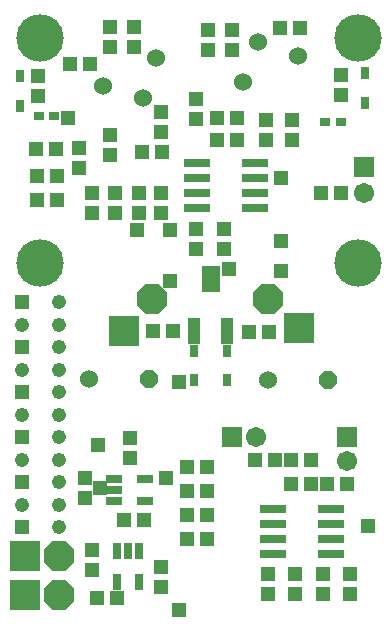
<source format=gts>
G75*
%MOIN*%
%OFA0B0*%
%FSLAX24Y24*%
%IPPOS*%
%LPD*%
%AMOC8*
5,1,8,0,0,1.08239X$1,22.5*
%
%ADD10R,0.0860X0.0300*%
%ADD11R,0.0513X0.0474*%
%ADD12R,0.0474X0.0513*%
%ADD13C,0.0600*%
%ADD14R,0.0356X0.0277*%
%ADD15R,0.0316X0.0395*%
%ADD16R,0.0434X0.0867*%
%ADD17R,0.0592X0.0867*%
%ADD18R,0.0297X0.0552*%
%ADD19R,0.0552X0.0297*%
%ADD20OC8,0.0600*%
%ADD21C,0.1582*%
%ADD22R,0.0671X0.0671*%
%ADD23R,0.1025X0.1025*%
%ADD24R,0.0476X0.0476*%
%ADD25C,0.0671*%
%ADD26OC8,0.1025*%
%ADD27C,0.0476*%
D10*
X035280Y020250D03*
X035280Y020750D03*
X035280Y021250D03*
X035280Y021750D03*
X037220Y021750D03*
X037220Y021250D03*
X037220Y020750D03*
X037220Y020250D03*
X037830Y010200D03*
X037830Y009700D03*
X037830Y009200D03*
X037830Y008700D03*
X039770Y008700D03*
X039770Y009200D03*
X039770Y009700D03*
X039770Y010200D03*
D11*
X039085Y011850D03*
X038415Y011850D03*
X035635Y011600D03*
X034965Y011600D03*
X033535Y009850D03*
X032865Y009850D03*
X034965Y009200D03*
X035635Y009200D03*
X032635Y007250D03*
X031965Y007250D03*
X032550Y020065D03*
X032550Y020735D03*
X031350Y021565D03*
X030635Y021300D03*
X029965Y021300D03*
X031350Y022235D03*
X030000Y023965D03*
X030000Y024635D03*
X034100Y023435D03*
X034100Y022765D03*
X035250Y023215D03*
X035965Y023250D03*
X036635Y023250D03*
X035250Y023885D03*
X034100Y020735D03*
X034100Y020065D03*
X040100Y024015D03*
X040100Y024685D03*
D12*
X038735Y026250D03*
X038065Y026250D03*
X036450Y026185D03*
X035650Y026185D03*
X035650Y025515D03*
X036450Y025515D03*
X033200Y025615D03*
X032400Y025615D03*
X031735Y025050D03*
X031065Y025050D03*
X032400Y026285D03*
X033200Y026285D03*
X037600Y023185D03*
X038450Y023185D03*
X038450Y022515D03*
X037600Y022515D03*
X036635Y022500D03*
X035965Y022500D03*
X034135Y022100D03*
X033465Y022100D03*
X032400Y022015D03*
X032400Y022685D03*
X030585Y022200D03*
X029915Y022200D03*
X031800Y020735D03*
X031800Y020065D03*
X030635Y020500D03*
X029965Y020500D03*
X033350Y020735D03*
X033350Y020065D03*
X035250Y019535D03*
X035250Y018865D03*
X036200Y018865D03*
X036200Y019535D03*
X039415Y020750D03*
X040085Y020750D03*
X037685Y016100D03*
X037015Y016100D03*
X034485Y016150D03*
X033815Y016150D03*
X033050Y012585D03*
X033050Y011915D03*
X031550Y011235D03*
X031550Y010565D03*
X031800Y008835D03*
X031800Y008165D03*
X034100Y008285D03*
X034100Y007615D03*
X034965Y010000D03*
X035635Y010000D03*
X035635Y010800D03*
X034965Y010800D03*
X037215Y011850D03*
X037885Y011850D03*
X038415Y011050D03*
X039085Y011050D03*
X039615Y011050D03*
X040285Y011050D03*
X040400Y008035D03*
X039500Y008035D03*
X038550Y008035D03*
X038550Y007365D03*
X039500Y007365D03*
X040400Y007365D03*
X037650Y007365D03*
X037650Y008035D03*
D13*
X037650Y014500D03*
X031700Y014550D03*
X033505Y023894D03*
X033911Y025248D03*
X032150Y024300D03*
X036837Y024455D03*
X038650Y025300D03*
X037321Y025784D03*
D14*
X039574Y023100D03*
X040086Y023100D03*
X030536Y023300D03*
X030024Y023300D03*
D15*
X029400Y023658D03*
X029400Y024642D03*
X040900Y024742D03*
X040900Y023758D03*
X036300Y015492D03*
X035200Y015492D03*
X035200Y014508D03*
X036300Y014508D03*
D16*
X036301Y016134D03*
X035199Y016134D03*
D17*
X035750Y017866D03*
D18*
X033374Y008812D03*
X033000Y008812D03*
X032626Y008812D03*
X032626Y007788D03*
X033374Y007788D03*
D19*
X033562Y010476D03*
X033562Y011224D03*
X032538Y011224D03*
X032538Y010850D03*
X032538Y010476D03*
D20*
X033700Y014550D03*
X039650Y014500D03*
D21*
X040650Y018400D03*
X030050Y018400D03*
X030050Y025900D03*
X040650Y025900D03*
D22*
X040850Y021600D03*
X040300Y012600D03*
X036450Y012600D03*
D23*
X029550Y007350D03*
X029550Y008650D03*
X032850Y016150D03*
X038700Y016250D03*
D24*
X038100Y018150D03*
X038100Y019150D03*
X036350Y018200D03*
X034400Y017800D03*
X034400Y019500D03*
X033300Y019500D03*
X029450Y017100D03*
X029450Y015600D03*
X029450Y014100D03*
X029450Y012600D03*
X029450Y011100D03*
X029450Y009600D03*
X032050Y010900D03*
X032000Y012350D03*
X034250Y011250D03*
X034700Y014450D03*
X041000Y009650D03*
X034700Y006850D03*
X038100Y021250D03*
X031000Y023250D03*
D25*
X040850Y020750D03*
X037250Y012600D03*
X040300Y011800D03*
D26*
X037650Y017200D03*
X033800Y017200D03*
X030700Y008650D03*
X030700Y007350D03*
D27*
X030700Y009600D03*
X030700Y010350D03*
X030700Y011100D03*
X030700Y011850D03*
X030700Y012600D03*
X030700Y013350D03*
X030700Y014100D03*
X030700Y014850D03*
X030700Y015600D03*
X030700Y016350D03*
X030700Y017100D03*
X029450Y016350D03*
X029450Y014850D03*
X029450Y013350D03*
X029450Y011850D03*
X029450Y010350D03*
M02*

</source>
